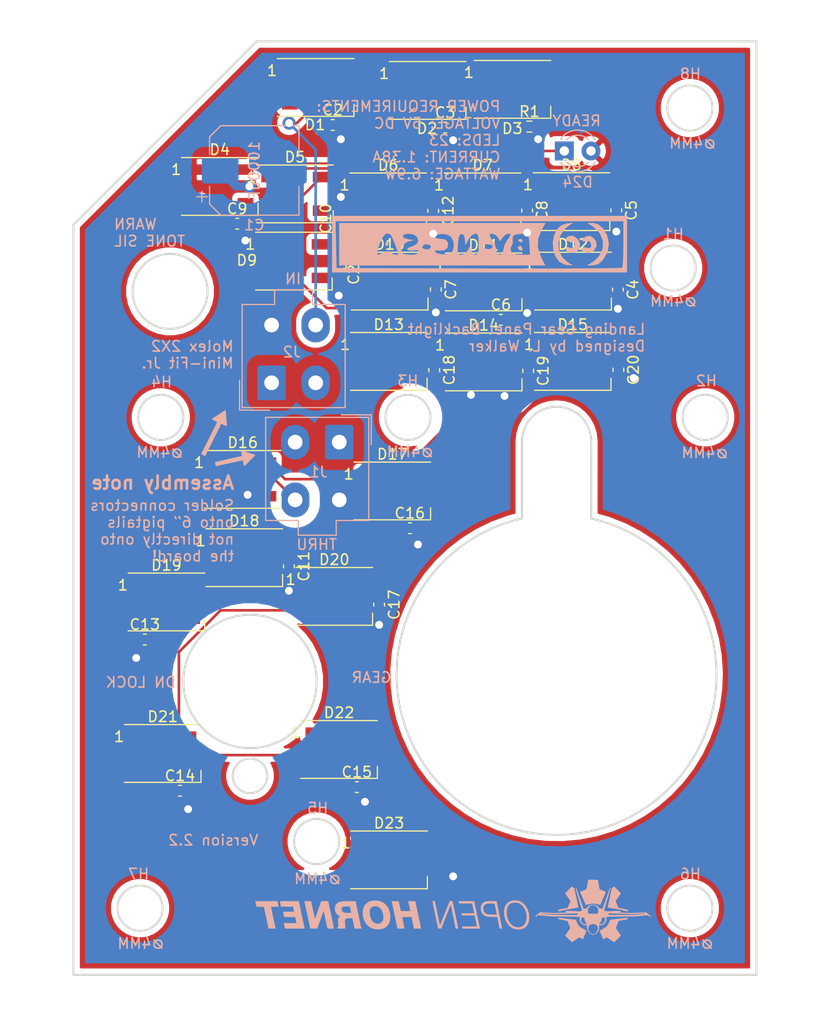
<source format=kicad_pcb>
(kicad_pcb (version 20171130) (host pcbnew "(5.1.12-1-10_14)")
  (layers (0 F.Cu signal) (31 B.Cu signal) (34 B.Paste user hide) (35 F.Paste user hide) (36 B.SilkS user) (37 F.SilkS user hide) (38 B.Mask user hide) (39 F.Mask user hide) (44 Edge.Cuts user))
  (net 0 "")
  (net 1 "Net-(D1-Pad2)")
  (net 2 "Net-(D2-Pad2)")
  (net 3 "Net-(D3-Pad2)")
  (net 4 "Net-(D4-Pad2)")
  (net 5 "Net-(D5-Pad2)")
  (net 6 "Net-(D6-Pad2)")
  (net 7 "Net-(D7-Pad2)")
  (net 8 "Net-(D8-Pad2)")
  (net 9 "Net-(D10-Pad4)")
  (net 10 "Net-(D10-Pad2)")
  (net 11 "Net-(D11-Pad2)")
  (net 12 "Net-(D12-Pad2)")
  (net 13 "Net-(D13-Pad2)")
  (net 14 "Net-(D14-Pad2)")
  (net 15 "Net-(D15-Pad2)")
  (net 16 "Net-(D16-Pad2)")
  (net 17 "Net-(D17-Pad2)")
  (net 18 "Net-(D18-Pad2)")
  (net 19 "Net-(D19-Pad2)")
  (net 20 "Net-(D20-Pad2)")
  (net 21 "Net-(D21-Pad2)")
  (net 22 "Net-(D22-Pad2)")
  (net 23 /LEDGND)
  (net 24 /LED+5V)
  (net 25 "Net-(D24-Pad1)")
  (net 26 /DATAIN)
  (net 27 /DATAOUT)
  (module OH_Backlighting:Molex_Mini-Fit_Jr_5566-04A_2x02_P4.20mm_Vertical (layer B.Cu) (at 81.25 71)
    (fp_text reference J2 (at 1.935 -2.928) (layer B.SilkS) (effects (justify mirror)))
    (fp_text value Conn_01x04_Female)
    (pad 4 thru_hole oval (at 4.2 -5.5) (size 2.7 3.3) (drill 1.4) (layers *.Cu *.Mask) (net 26 /DATAIN))
    (pad 3 thru_hole oval (at 0 -5.5) (size 2.7 3.3) (drill 1.4) (layers *.Cu *.Mask) (net 23 /LEDGND))
    (pad 2 thru_hole oval (at 4.2 0) (size 2.7 3.3) (drill 1.4) (layers *.Cu *.Mask) (net 24 /LED+5V))
    (pad 1 thru_hole roundrect (at 0 0) (size 2.7 3.3) (drill 1.4) (layers *.Cu *.Mask) (roundrect_rratio 0.09259296296296296) (net 24 /LED+5V))
  )
  (module OH_Backlighting:Molex_Mini-Fit_Jr_5566-04A_2x02_P4.20mm_Vertical (layer B.Cu) (at 87.7 76.65 180)
    (fp_text reference J1 (at 1.975 -2.852) (layer B.SilkS) (effects (justify mirror)))
    (fp_text value Conn_01x04_Female)
    (pad 4 thru_hole oval (at 4.2 -5.5 180) (size 2.7 3.3) (drill 1.4) (layers *.Cu *.Mask) (net 27 /DATAOUT))
    (pad 3 thru_hole oval (at 0 -5.5 180) (size 2.7 3.3) (drill 1.4) (layers *.Cu *.Mask) (net 23 /LEDGND))
    (pad 2 thru_hole oval (at 4.2 0 180) (size 2.7 3.3) (drill 1.4) (layers *.Cu *.Mask) (net 24 /LED+5V))
    (pad 1 thru_hole roundrect (at 0 0 180) (size 2.7 3.3) (drill 1.4) (layers *.Cu *.Mask) (roundrect_rratio 0.09259296296296296) (net 24 /LED+5V))
  )
  (module OH_General:CC-BY-NC-SA-Small (layer B.Cu) (at 101.15 57.8 180)
    (fp_text reference G*** hide)
    (fp_text value LOGO hide)
  )
  (module OH_General:OH_LOGO_37.7mm_5.9mm (layer B.Cu) (at 98.55 121.3 180)
    (fp_text reference G*** hide)
    (fp_text value LOGO hide)
  )
  (module Capacitor_SMD:C_0603_1608Metric (layer F.Cu) (at 87.65 60.2125 270)
    (fp_text reference C21 (at 0 -1.43 90) (layer F.SilkS))
    (fp_text value C)
    (pad 2 smd roundrect (at 0.7875 0 270) (size 0.875 0.95) (layers F.Cu F.Paste F.Mask) (net 23 /LEDGND))
    (pad 1 smd roundrect (at -0.7875 0 270) (size 0.875 0.95) (layers F.Cu F.Paste F.Mask) (net 24 /LED+5V))
  )
  (module Capacitor_SMD:C_0603_1608Metric (layer F.Cu) (at 114.3 69.7625 270)
    (fp_text reference C20 (at 0 -1.43 90) (layer F.SilkS))
    (fp_text value C)
    (pad 2 smd roundrect (at 0.7875 0 270) (size 0.875 0.95) (layers F.Cu F.Paste F.Mask) (net 23 /LEDGND))
    (pad 1 smd roundrect (at -0.7875 0 270) (size 0.875 0.95) (layers F.Cu F.Paste F.Mask) (net 24 /LED+5V))
  )
  (module Capacitor_SMD:C_0603_1608Metric (layer F.Cu) (at 105.7 69.8625 270)
    (fp_text reference C19 (at 0 -1.43 90) (layer F.SilkS))
    (fp_text value C)
    (pad 2 smd roundrect (at 0.7875 0 270) (size 0.875 0.95) (layers F.Cu F.Paste F.Mask) (net 23 /LEDGND))
    (pad 1 smd roundrect (at -0.7875 0 270) (size 0.875 0.95) (layers F.Cu F.Paste F.Mask) (net 24 /LED+5V))
  )
  (module Capacitor_SMD:C_0603_1608Metric (layer F.Cu) (at 96.75 69.7875 270)
    (fp_text reference C18 (at 0 -1.43 90) (layer F.SilkS))
    (fp_text value C)
    (pad 2 smd roundrect (at 0.7875 0 270) (size 0.875 0.95) (layers F.Cu F.Paste F.Mask) (net 23 /LEDGND))
    (pad 1 smd roundrect (at -0.7875 0 270) (size 0.875 0.95) (layers F.Cu F.Paste F.Mask) (net 24 /LED+5V))
  )
  (module Capacitor_SMD:C_0603_1608Metric (layer F.Cu) (at 96.9 62.1125 270)
    (fp_text reference C7 (at 0 -1.43 90) (layer F.SilkS))
    (fp_text value C)
    (pad 2 smd roundrect (at 0.7875 0 270) (size 0.875 0.95) (layers F.Cu F.Paste F.Mask) (net 23 /LEDGND))
    (pad 1 smd roundrect (at -0.7875 0 270) (size 0.875 0.95) (layers F.Cu F.Paste F.Mask) (net 24 /LED+5V))
  )
  (module LED_SMD:LED_WS2812B_PLCC4_5.0x5.0mm_P3.2mm (layer F.Cu) (at 92.366 53.7716)
    (fp_text reference D6 (at 0 -3.5) (layer F.SilkS))
    (fp_text value WS2812B)
    (fp_text user 1 (at -4.15 -1.6) (layer F.SilkS))
    (pad 1 smd rect (at -2.45 -1.6) (size 1.5 1) (layers F.Cu F.Paste F.Mask) (net 24 /LED+5V))
    (pad 2 smd rect (at -2.45 1.6) (size 1.5 1) (layers F.Cu F.Paste F.Mask) (net 6 "Net-(D6-Pad2)"))
    (pad 4 smd rect (at 2.45 -1.6) (size 1.5 1) (layers F.Cu F.Paste F.Mask) (net 5 "Net-(D5-Pad2)"))
    (pad 3 smd rect (at 2.45 1.6) (size 1.5 1) (layers F.Cu F.Paste F.Mask) (net 23 /LEDGND))
  )
  (module Capacitor_SMD:C_0603_1608Metric (layer F.Cu) (at 82.9 88.475 270)
    (fp_text reference C11 (at 0 -1.43 90) (layer F.SilkS))
    (fp_text value C)
    (pad 2 smd roundrect (at 0.775 0 270) (size 0.9 0.95) (layers F.Cu F.Paste F.Mask) (net 23 /LEDGND))
    (pad 1 smd roundrect (at -0.775 0 270) (size 0.9 0.95) (layers F.Cu F.Paste F.Mask) (net 24 /LED+5V))
  )
  (module Resistor_SMD:R_0603_1608Metric (layer F.Cu) (at 105.825 46.6)
    (fp_text reference R1 (at 0 -1.43) (layer F.SilkS))
    (fp_text value R)
    (pad 2 smd roundrect (at 0.825 0) (size 0.8 0.95) (layers F.Cu F.Paste F.Mask) (net 23 /LEDGND))
    (pad 1 smd roundrect (at -0.825 0) (size 0.8 0.95) (layers F.Cu F.Paste F.Mask) (net 25 "Net-(D24-Pad1)"))
  )
  (module Capacitor_SMD:C_0603_1608Metric (layer F.Cu) (at 91.5 92.125 270)
    (fp_text reference C17 (at 0 -1.43 90) (layer F.SilkS))
    (fp_text value C)
    (pad 2 smd roundrect (at 0.775 0 270) (size 0.9 0.95) (layers F.Cu F.Paste F.Mask) (net 23 /LEDGND))
    (pad 1 smd roundrect (at -0.775 0 270) (size 0.9 0.95) (layers F.Cu F.Paste F.Mask) (net 24 /LED+5V))
  )
  (module Capacitor_SMD:C_0603_1608Metric (layer F.Cu) (at 94.425 84.85)
    (fp_text reference C16 (at 0 -1.43) (layer F.SilkS))
    (fp_text value C)
    (pad 2 smd roundrect (at 0.775 0) (size 0.9 0.95) (layers F.Cu F.Paste F.Mask) (net 23 /LEDGND))
    (pad 1 smd roundrect (at -0.775 0) (size 0.9 0.95) (layers F.Cu F.Paste F.Mask) (net 24 /LED+5V))
  )
  (module Capacitor_SMD:C_0603_1608Metric (layer F.Cu) (at 89.375 109.5)
    (fp_text reference C15 (at 0 -1.43) (layer F.SilkS))
    (fp_text value C)
    (pad 2 smd roundrect (at 0.775 0) (size 0.9 0.95) (layers F.Cu F.Paste F.Mask) (net 23 /LEDGND))
    (pad 1 smd roundrect (at -0.775 0) (size 0.9 0.95) (layers F.Cu F.Paste F.Mask) (net 24 /LED+5V))
  )
  (module Capacitor_SMD:C_0603_1608Metric (layer F.Cu) (at 72.525 109.85)
    (fp_text reference C14 (at 0 -1.43) (layer F.SilkS))
    (fp_text value C)
    (pad 2 smd roundrect (at 0.775 0) (size 0.9 0.95) (layers F.Cu F.Paste F.Mask) (net 23 /LEDGND))
    (pad 1 smd roundrect (at -0.775 0) (size 0.9 0.95) (layers F.Cu F.Paste F.Mask) (net 24 /LED+5V))
  )
  (module Capacitor_SMD:C_0603_1608Metric (layer F.Cu) (at 69.175 95.45)
    (fp_text reference C13 (at 0 -1.43) (layer F.SilkS))
    (fp_text value C)
    (pad 2 smd roundrect (at 0.775 0) (size 0.9 0.95) (layers F.Cu F.Paste F.Mask) (net 23 /LEDGND))
    (pad 1 smd roundrect (at -0.775 0) (size 0.9 0.95) (layers F.Cu F.Paste F.Mask) (net 24 /LED+5V))
  )
  (module Capacitor_SMD:C_0603_1608Metric (layer F.Cu) (at 96.65 54.625 270)
    (fp_text reference C12 (at 0 -1.43 90) (layer F.SilkS))
    (fp_text value C)
    (pad 2 smd roundrect (at 0.775 0 270) (size 0.9 0.95) (layers F.Cu F.Paste F.Mask) (net 23 /LEDGND))
    (pad 1 smd roundrect (at -0.775 0 270) (size 0.9 0.95) (layers F.Cu F.Paste F.Mask) (net 24 /LED+5V))
  )
  (module Capacitor_SMD:C_0603_1608Metric (layer F.Cu) (at 87.85 55.35 90)
    (fp_text reference C10 (at 0 -1.43 90) (layer F.SilkS))
    (fp_text value C)
    (pad 2 smd roundrect (at 0.775 0 90) (size 0.9 0.95) (layers F.Cu F.Paste F.Mask) (net 23 /LEDGND))
    (pad 1 smd roundrect (at -0.775 0 90) (size 0.9 0.95) (layers F.Cu F.Paste F.Mask) (net 24 /LED+5V))
  )
  (module Capacitor_SMD:C_0603_1608Metric (layer F.Cu) (at 77.975 55.85)
    (fp_text reference C9 (at 0 -1.43) (layer F.SilkS))
    (fp_text value C)
    (pad 2 smd roundrect (at 0.775 0) (size 0.9 0.95) (layers F.Cu F.Paste F.Mask) (net 23 /LEDGND))
    (pad 1 smd roundrect (at -0.775 0) (size 0.9 0.95) (layers F.Cu F.Paste F.Mask) (net 24 /LED+5V))
  )
  (module Capacitor_SMD:C_0603_1608Metric (layer F.Cu) (at 105.6 54.6 270)
    (fp_text reference C8 (at 0 -1.43 90) (layer F.SilkS))
    (fp_text value C)
    (pad 2 smd roundrect (at 0.775 0 270) (size 0.9 0.95) (layers F.Cu F.Paste F.Mask) (net 23 /LEDGND))
    (pad 1 smd roundrect (at -0.775 0 270) (size 0.9 0.95) (layers F.Cu F.Paste F.Mask) (net 24 /LED+5V))
  )
  (module Capacitor_SMD:C_0603_1608Metric (layer F.Cu) (at 103.1 65)
    (fp_text reference C6 (at 0 -1.43) (layer F.SilkS))
    (fp_text value C)
    (pad 2 smd roundrect (at 0.775 0) (size 0.9 0.95) (layers F.Cu F.Paste F.Mask) (net 23 /LEDGND))
    (pad 1 smd roundrect (at -0.775 0) (size 0.9 0.95) (layers F.Cu F.Paste F.Mask) (net 24 /LED+5V))
  )
  (module Capacitor_SMD:C_0603_1608Metric (layer F.Cu) (at 114.1 54.575 270)
    (fp_text reference C5 (at 0 -1.43 90) (layer F.SilkS))
    (fp_text value C)
    (pad 2 smd roundrect (at 0.775 0 270) (size 0.9 0.95) (layers F.Cu F.Paste F.Mask) (net 23 /LEDGND))
    (pad 1 smd roundrect (at -0.775 0 270) (size 0.9 0.95) (layers F.Cu F.Paste F.Mask) (net 24 /LED+5V))
  )
  (module Capacitor_SMD:C_0603_1608Metric (layer F.Cu) (at 114.25 62.125 270)
    (fp_text reference C4 (at 0 -1.43 90) (layer F.SilkS))
    (fp_text value C)
    (pad 2 smd roundrect (at 0.775 0 270) (size 0.9 0.95) (layers F.Cu F.Paste F.Mask) (net 23 /LEDGND))
    (pad 1 smd roundrect (at -0.775 0 270) (size 0.9 0.95) (layers F.Cu F.Paste F.Mask) (net 24 /LED+5V))
  )
  (module Capacitor_SMD:C_0603_1608Metric (layer F.Cu) (at 97.8 46.7)
    (fp_text reference C3 (at 0 -1.43) (layer F.SilkS))
    (fp_text value C)
    (pad 2 smd roundrect (at 0.775 0) (size 0.9 0.95) (layers F.Cu F.Paste F.Mask) (net 23 /LEDGND))
    (pad 1 smd roundrect (at -0.775 0) (size 0.9 0.95) (layers F.Cu F.Paste F.Mask) (net 24 /LED+5V))
  )
  (module Capacitor_SMD:C_0603_1608Metric (layer F.Cu) (at 87.075 46.45)
    (fp_text reference C2 (at 0 -1.43) (layer F.SilkS))
    (fp_text value C)
    (pad 2 smd roundrect (at 0.775 0) (size 0.9 0.95) (layers F.Cu F.Paste F.Mask) (net 23 /LEDGND))
    (pad 1 smd roundrect (at -0.775 0) (size 0.9 0.95) (layers F.Cu F.Paste F.Mask) (net 24 /LED+5V))
  )
  (module LED_THT:LED_D3.0mm (layer B.Cu) (at 109.144 48.9204)
    (fp_text reference D24 (at 1.27 2.96) (layer B.SilkS) (effects (justify mirror)))
    (fp_text value LED)
    (pad 2 thru_hole circle (at 2.54 0) (size 1.8 1.8) (drill 0.9) (layers *.Cu *.Mask) (net 24 /LED+5V))
    (pad 1 thru_hole rect (at 0 0) (size 1.8 1.8) (drill 0.9) (layers *.Cu *.Mask) (net 25 "Net-(D24-Pad1)"))
  )
  (module LED_SMD:LED_WS2812B_PLCC4_5.0x5.0mm_P3.2mm (layer F.Cu) (at 78.5 80.2)
    (fp_text reference D16 (at 0 -3.5) (layer F.SilkS))
    (fp_text value WS2812B)
    (fp_text user 1 (at -4.15 -1.6) (layer F.SilkS))
    (pad 1 smd rect (at -2.45 -1.6) (size 1.5 1) (layers F.Cu F.Paste F.Mask) (net 24 /LED+5V))
    (pad 2 smd rect (at -2.45 1.6) (size 1.5 1) (layers F.Cu F.Paste F.Mask) (net 16 "Net-(D16-Pad2)"))
    (pad 4 smd rect (at 2.45 -1.6) (size 1.5 1) (layers F.Cu F.Paste F.Mask) (net 15 "Net-(D15-Pad2)"))
    (pad 3 smd rect (at 2.45 1.6) (size 1.5 1) (layers F.Cu F.Paste F.Mask) (net 23 /LEDGND))
  )
  (module LED_SMD:LED_WS2812B_PLCC4_5.0x5.0mm_P3.2mm (layer F.Cu) (at 92.4444 116.434)
    (fp_text reference D23 (at 0 -3.5) (layer F.SilkS))
    (fp_text value WS2812B)
    (fp_text user 1 (at -4.15 -1.6) (layer F.SilkS))
    (pad 1 smd rect (at -2.45 -1.6) (size 1.5 1) (layers F.Cu F.Paste F.Mask) (net 24 /LED+5V))
    (pad 2 smd rect (at -2.45 1.6) (size 1.5 1) (layers F.Cu F.Paste F.Mask) (net 27 /DATAOUT))
    (pad 4 smd rect (at 2.45 -1.6) (size 1.5 1) (layers F.Cu F.Paste F.Mask) (net 22 "Net-(D22-Pad2)"))
    (pad 3 smd rect (at 2.45 1.6) (size 1.5 1) (layers F.Cu F.Paste F.Mask) (net 23 /LEDGND))
  )
  (module LED_SMD:LED_WS2812B_PLCC4_5.0x5.0mm_P3.2mm (layer F.Cu) (at 87.6808 105.918)
    (fp_text reference D22 (at 0 -3.5) (layer F.SilkS))
    (fp_text value WS2812B)
    (fp_text user 1 (at -4.15 -1.6) (layer F.SilkS))
    (pad 1 smd rect (at -2.45 -1.6) (size 1.5 1) (layers F.Cu F.Paste F.Mask) (net 24 /LED+5V))
    (pad 2 smd rect (at -2.45 1.6) (size 1.5 1) (layers F.Cu F.Paste F.Mask) (net 22 "Net-(D22-Pad2)"))
    (pad 4 smd rect (at 2.45 -1.6) (size 1.5 1) (layers F.Cu F.Paste F.Mask) (net 21 "Net-(D21-Pad2)"))
    (pad 3 smd rect (at 2.45 1.6) (size 1.5 1) (layers F.Cu F.Paste F.Mask) (net 23 /LEDGND))
  )
  (module LED_SMD:LED_WS2812B_PLCC4_5.0x5.0mm_P3.2mm (layer F.Cu) (at 70.8776 106.299)
    (fp_text reference D21 (at 0 -3.5) (layer F.SilkS))
    (fp_text value WS2812B)
    (fp_text user 1 (at -4.15 -1.6) (layer F.SilkS))
    (pad 1 smd rect (at -2.45 -1.6) (size 1.5 1) (layers F.Cu F.Paste F.Mask) (net 24 /LED+5V))
    (pad 2 smd rect (at -2.45 1.6) (size 1.5 1) (layers F.Cu F.Paste F.Mask) (net 21 "Net-(D21-Pad2)"))
    (pad 4 smd rect (at 2.45 -1.6) (size 1.5 1) (layers F.Cu F.Paste F.Mask) (net 20 "Net-(D20-Pad2)"))
    (pad 3 smd rect (at 2.45 1.6) (size 1.5 1) (layers F.Cu F.Paste F.Mask) (net 23 /LEDGND))
  )
  (module LED_SMD:LED_WS2812B_PLCC4_5.0x5.0mm_P3.2mm (layer F.Cu) (at 87.2236 91.3384)
    (fp_text reference D20 (at 0 -3.5) (layer F.SilkS))
    (fp_text value WS2812B)
    (fp_text user 1 (at -4.15 -1.6) (layer F.SilkS))
    (pad 1 smd rect (at -2.45 -1.6) (size 1.5 1) (layers F.Cu F.Paste F.Mask) (net 24 /LED+5V))
    (pad 2 smd rect (at -2.45 1.6) (size 1.5 1) (layers F.Cu F.Paste F.Mask) (net 20 "Net-(D20-Pad2)"))
    (pad 4 smd rect (at 2.45 -1.6) (size 1.5 1) (layers F.Cu F.Paste F.Mask) (net 19 "Net-(D19-Pad2)"))
    (pad 3 smd rect (at 2.45 1.6) (size 1.5 1) (layers F.Cu F.Paste F.Mask) (net 23 /LEDGND))
  )
  (module LED_SMD:LED_WS2812B_PLCC4_5.0x5.0mm_P3.2mm (layer F.Cu) (at 71.2332 91.8716)
    (fp_text reference D19 (at 0 -3.5) (layer F.SilkS))
    (fp_text value WS2812B)
    (fp_text user 1 (at -4.15 -1.6) (layer F.SilkS))
    (pad 1 smd rect (at -2.45 -1.6) (size 1.5 1) (layers F.Cu F.Paste F.Mask) (net 24 /LED+5V))
    (pad 2 smd rect (at -2.45 1.6) (size 1.5 1) (layers F.Cu F.Paste F.Mask) (net 19 "Net-(D19-Pad2)"))
    (pad 4 smd rect (at 2.45 -1.6) (size 1.5 1) (layers F.Cu F.Paste F.Mask) (net 18 "Net-(D18-Pad2)"))
    (pad 3 smd rect (at 2.45 1.6) (size 1.5 1) (layers F.Cu F.Paste F.Mask) (net 23 /LEDGND))
  )
  (module LED_SMD:LED_WS2812B_PLCC4_5.0x5.0mm_P3.2mm (layer F.Cu) (at 78.65 87.6552)
    (fp_text reference D18 (at 0 -3.5) (layer F.SilkS))
    (fp_text value WS2812B)
    (fp_text user 1 (at -4.15 -1.6) (layer F.SilkS))
    (pad 1 smd rect (at -2.45 -1.6) (size 1.5 1) (layers F.Cu F.Paste F.Mask) (net 24 /LED+5V))
    (pad 2 smd rect (at -2.45 1.6) (size 1.5 1) (layers F.Cu F.Paste F.Mask) (net 18 "Net-(D18-Pad2)"))
    (pad 4 smd rect (at 2.45 -1.6) (size 1.5 1) (layers F.Cu F.Paste F.Mask) (net 17 "Net-(D17-Pad2)"))
    (pad 3 smd rect (at 2.45 1.6) (size 1.5 1) (layers F.Cu F.Paste F.Mask) (net 23 /LEDGND))
  )
  (module LED_SMD:LED_WS2812B_PLCC4_5.0x5.0mm_P3.2mm (layer F.Cu) (at 92.75 81.3)
    (fp_text reference D17 (at 0 -3.5) (layer F.SilkS))
    (fp_text value WS2812B)
    (fp_text user 1 (at -4.15 -1.6) (layer F.SilkS))
    (pad 1 smd rect (at -2.45 -1.6) (size 1.5 1) (layers F.Cu F.Paste F.Mask) (net 24 /LED+5V))
    (pad 2 smd rect (at -2.45 1.6) (size 1.5 1) (layers F.Cu F.Paste F.Mask) (net 17 "Net-(D17-Pad2)"))
    (pad 4 smd rect (at 2.45 -1.6) (size 1.5 1) (layers F.Cu F.Paste F.Mask) (net 16 "Net-(D16-Pad2)"))
    (pad 3 smd rect (at 2.45 1.6) (size 1.5 1) (layers F.Cu F.Paste F.Mask) (net 23 /LEDGND))
  )
  (module LED_SMD:LED_WS2812B_PLCC4_5.0x5.0mm_P3.2mm (layer F.Cu) (at 109.943 68.9608)
    (fp_text reference D15 (at 0 -3.5) (layer F.SilkS))
    (fp_text value WS2812B)
    (fp_text user 1 (at -4.15 -1.6) (layer F.SilkS))
    (pad 1 smd rect (at -2.45 -1.6) (size 1.5 1) (layers F.Cu F.Paste F.Mask) (net 24 /LED+5V))
    (pad 2 smd rect (at -2.45 1.6) (size 1.5 1) (layers F.Cu F.Paste F.Mask) (net 15 "Net-(D15-Pad2)"))
    (pad 4 smd rect (at 2.45 -1.6) (size 1.5 1) (layers F.Cu F.Paste F.Mask) (net 14 "Net-(D14-Pad2)"))
    (pad 3 smd rect (at 2.45 1.6) (size 1.5 1) (layers F.Cu F.Paste F.Mask) (net 23 /LEDGND))
  )
  (module LED_SMD:LED_WS2812B_PLCC4_5.0x5.0mm_P3.2mm (layer F.Cu) (at 101.459 69.0116)
    (fp_text reference D14 (at 0 -3.5) (layer F.SilkS))
    (fp_text value WS2812B)
    (fp_text user 1 (at -4.15 -1.6) (layer F.SilkS))
    (pad 1 smd rect (at -2.45 -1.6) (size 1.5 1) (layers F.Cu F.Paste F.Mask) (net 24 /LED+5V))
    (pad 2 smd rect (at -2.45 1.6) (size 1.5 1) (layers F.Cu F.Paste F.Mask) (net 14 "Net-(D14-Pad2)"))
    (pad 4 smd rect (at 2.45 -1.6) (size 1.5 1) (layers F.Cu F.Paste F.Mask) (net 13 "Net-(D13-Pad2)"))
    (pad 3 smd rect (at 2.45 1.6) (size 1.5 1) (layers F.Cu F.Paste F.Mask) (net 23 /LEDGND))
  )
  (module LED_SMD:LED_WS2812B_PLCC4_5.0x5.0mm_P3.2mm (layer F.Cu) (at 92.4168 68.9608)
    (fp_text reference D13 (at 0 -3.5) (layer F.SilkS))
    (fp_text value WS2812B)
    (fp_text user 1 (at -4.15 -1.6) (layer F.SilkS))
    (pad 1 smd rect (at -2.45 -1.6) (size 1.5 1) (layers F.Cu F.Paste F.Mask) (net 24 /LED+5V))
    (pad 2 smd rect (at -2.45 1.6) (size 1.5 1) (layers F.Cu F.Paste F.Mask) (net 13 "Net-(D13-Pad2)"))
    (pad 4 smd rect (at 2.45 -1.6) (size 1.5 1) (layers F.Cu F.Paste F.Mask) (net 12 "Net-(D12-Pad2)"))
    (pad 3 smd rect (at 2.45 1.6) (size 1.5 1) (layers F.Cu F.Paste F.Mask) (net 23 /LEDGND))
  )
  (module LED_SMD:LED_WS2812B_PLCC4_5.0x5.0mm_P3.2mm (layer F.Cu) (at 109.982 61.3156)
    (fp_text reference D12 (at 0 -3.5) (layer F.SilkS))
    (fp_text value WS2812B)
    (fp_text user 1 (at -4.15 -1.6) (layer F.SilkS))
    (pad 1 smd rect (at -2.45 -1.6) (size 1.5 1) (layers F.Cu F.Paste F.Mask) (net 24 /LED+5V))
    (pad 2 smd rect (at -2.45 1.6) (size 1.5 1) (layers F.Cu F.Paste F.Mask) (net 12 "Net-(D12-Pad2)"))
    (pad 4 smd rect (at 2.45 -1.6) (size 1.5 1) (layers F.Cu F.Paste F.Mask) (net 11 "Net-(D11-Pad2)"))
    (pad 3 smd rect (at 2.45 1.6) (size 1.5 1) (layers F.Cu F.Paste F.Mask) (net 23 /LEDGND))
  )
  (module LED_SMD:LED_WS2812B_PLCC4_5.0x5.0mm_P3.2mm (layer F.Cu) (at 101.459 61.3916)
    (fp_text reference D11 (at 0 -3.5) (layer F.SilkS))
    (fp_text value WS2812B)
    (fp_text user 1 (at -4.15 -1.6) (layer F.SilkS))
    (pad 1 smd rect (at -2.45 -1.6) (size 1.5 1) (layers F.Cu F.Paste F.Mask) (net 24 /LED+5V))
    (pad 2 smd rect (at -2.45 1.6) (size 1.5 1) (layers F.Cu F.Paste F.Mask) (net 11 "Net-(D11-Pad2)"))
    (pad 4 smd rect (at 2.45 -1.6) (size 1.5 1) (layers F.Cu F.Paste F.Mask) (net 10 "Net-(D10-Pad2)"))
    (pad 3 smd rect (at 2.45 1.6) (size 1.5 1) (layers F.Cu F.Paste F.Mask) (net 23 /LEDGND))
  )
  (module LED_SMD:LED_WS2812B_PLCC4_5.0x5.0mm_P3.2mm (layer F.Cu) (at 92.5068 61.3156)
    (fp_text reference D10 (at 0 -3.5) (layer F.SilkS))
    (fp_text value WS2812B)
    (fp_text user 1 (at -4.15 -1.6) (layer F.SilkS))
    (pad 1 smd rect (at -2.45 -1.6) (size 1.5 1) (layers F.Cu F.Paste F.Mask) (net 24 /LED+5V))
    (pad 2 smd rect (at -2.45 1.6) (size 1.5 1) (layers F.Cu F.Paste F.Mask) (net 10 "Net-(D10-Pad2)"))
    (pad 4 smd rect (at 2.45 -1.6) (size 1.5 1) (layers F.Cu F.Paste F.Mask) (net 9 "Net-(D10-Pad4)"))
    (pad 3 smd rect (at 2.45 1.6) (size 1.5 1) (layers F.Cu F.Paste F.Mask) (net 23 /LEDGND))
  )
  (module LED_SMD:LED_WS2812B_PLCC4_5.0x5.0mm_P3.2mm (layer F.Cu) (at 83.3744 59.4104)
    (fp_text reference D9 (at -4.482 -0.076) (layer F.SilkS))
    (fp_text value WS2812B)
    (fp_text user 1 (at -4.15 -1.6) (layer F.SilkS))
    (pad 1 smd rect (at -2.45 -1.6) (size 1.5 1) (layers F.Cu F.Paste F.Mask) (net 24 /LED+5V))
    (pad 2 smd rect (at -2.45 1.6) (size 1.5 1) (layers F.Cu F.Paste F.Mask) (net 9 "Net-(D10-Pad4)"))
    (pad 4 smd rect (at 2.45 -1.6) (size 1.5 1) (layers F.Cu F.Paste F.Mask) (net 8 "Net-(D8-Pad2)"))
    (pad 3 smd rect (at 2.45 1.6) (size 1.5 1) (layers F.Cu F.Paste F.Mask) (net 23 /LEDGND))
  )
  (module LED_SMD:LED_WS2812B_PLCC4_5.0x5.0mm_P3.2mm (layer F.Cu) (at 109.83 53.7464)
    (fp_text reference D8 (at 0 -3.5) (layer F.SilkS))
    (fp_text value WS2812B)
    (fp_text user 1 (at -4.15 -1.6) (layer F.SilkS))
    (pad 1 smd rect (at -2.45 -1.6) (size 1.5 1) (layers F.Cu F.Paste F.Mask) (net 24 /LED+5V))
    (pad 2 smd rect (at -2.45 1.6) (size 1.5 1) (layers F.Cu F.Paste F.Mask) (net 8 "Net-(D8-Pad2)"))
    (pad 4 smd rect (at 2.45 -1.6) (size 1.5 1) (layers F.Cu F.Paste F.Mask) (net 7 "Net-(D7-Pad2)"))
    (pad 3 smd rect (at 2.45 1.6) (size 1.5 1) (layers F.Cu F.Paste F.Mask) (net 23 /LEDGND))
  )
  (module LED_SMD:LED_WS2812B_PLCC4_5.0x5.0mm_P3.2mm (layer F.Cu) (at 101.358 53.7716)
    (fp_text reference D7 (at 0 -3.5) (layer F.SilkS))
    (fp_text value WS2812B)
    (fp_text user 1 (at -4.15 -1.6) (layer F.SilkS))
    (pad 1 smd rect (at -2.45 -1.6) (size 1.5 1) (layers F.Cu F.Paste F.Mask) (net 24 /LED+5V))
    (pad 2 smd rect (at -2.45 1.6) (size 1.5 1) (layers F.Cu F.Paste F.Mask) (net 7 "Net-(D7-Pad2)"))
    (pad 4 smd rect (at 2.45 -1.6) (size 1.5 1) (layers F.Cu F.Paste F.Mask) (net 6 "Net-(D6-Pad2)"))
    (pad 3 smd rect (at 2.45 1.6) (size 1.5 1) (layers F.Cu F.Paste F.Mask) (net 23 /LEDGND))
  )
  (module LED_SMD:LED_WS2812B_PLCC4_5.0x5.0mm_P3.2mm (layer F.Cu) (at 83.476 53.0096)
    (fp_text reference D5 (at 0 -3.5) (layer F.SilkS))
    (fp_text value WS2812B)
    (fp_text user 1 (at -4.15 -1.6) (layer F.SilkS))
    (pad 1 smd rect (at -2.45 -1.6) (size 1.5 1) (layers F.Cu F.Paste F.Mask) (net 24 /LED+5V))
    (pad 2 smd rect (at -2.45 1.6) (size 1.5 1) (layers F.Cu F.Paste F.Mask) (net 5 "Net-(D5-Pad2)"))
    (pad 4 smd rect (at 2.45 -1.6) (size 1.5 1) (layers F.Cu F.Paste F.Mask) (net 4 "Net-(D4-Pad2)"))
    (pad 3 smd rect (at 2.45 1.6) (size 1.5 1) (layers F.Cu F.Paste F.Mask) (net 23 /LEDGND))
  )
  (module LED_SMD:LED_WS2812B_PLCC4_5.0x5.0mm_P3.2mm (layer F.Cu) (at 76.3132 52.2984)
    (fp_text reference D4 (at 0 -3.5) (layer F.SilkS))
    (fp_text value WS2812B)
    (fp_text user 1 (at -4.15 -1.6) (layer F.SilkS))
    (pad 1 smd rect (at -2.45 -1.6) (size 1.5 1) (layers F.Cu F.Paste F.Mask) (net 24 /LED+5V))
    (pad 2 smd rect (at -2.45 1.6) (size 1.5 1) (layers F.Cu F.Paste F.Mask) (net 4 "Net-(D4-Pad2)"))
    (pad 4 smd rect (at 2.45 -1.6) (size 1.5 1) (layers F.Cu F.Paste F.Mask) (net 3 "Net-(D3-Pad2)"))
    (pad 3 smd rect (at 2.45 1.6) (size 1.5 1) (layers F.Cu F.Paste F.Mask) (net 23 /LEDGND))
  )
  (module LED_SMD:LED_WS2812B_PLCC4_5.0x5.0mm_P3.2mm (layer F.Cu) (at 104.202 43.0528)
    (fp_text reference D3 (at -0.0116 3.734) (layer F.SilkS))
    (fp_text value WS2812B)
    (fp_text user 1 (at -4.15 -1.6) (layer F.SilkS))
    (pad 1 smd rect (at -2.45 -1.6) (size 1.5 1) (layers F.Cu F.Paste F.Mask) (net 24 /LED+5V))
    (pad 2 smd rect (at -2.45 1.6) (size 1.5 1) (layers F.Cu F.Paste F.Mask) (net 3 "Net-(D3-Pad2)"))
    (pad 4 smd rect (at 2.45 -1.6) (size 1.5 1) (layers F.Cu F.Paste F.Mask) (net 2 "Net-(D2-Pad2)"))
    (pad 3 smd rect (at 2.45 1.6) (size 1.5 1) (layers F.Cu F.Paste F.Mask) (net 23 /LEDGND))
  )
  (module LED_SMD:LED_WS2812B_PLCC4_5.0x5.0mm_P3.2mm (layer F.Cu) (at 96.1252 43.1544)
    (fp_text reference D2 (at -0.0624 3.6324) (layer F.SilkS))
    (fp_text value WS2812B)
    (fp_text user 1 (at -4.15 -1.6) (layer F.SilkS))
    (pad 1 smd rect (at -2.45 -1.6) (size 1.5 1) (layers F.Cu F.Paste F.Mask) (net 24 /LED+5V))
    (pad 2 smd rect (at -2.45 1.6) (size 1.5 1) (layers F.Cu F.Paste F.Mask) (net 2 "Net-(D2-Pad2)"))
    (pad 4 smd rect (at 2.45 -1.6) (size 1.5 1) (layers F.Cu F.Paste F.Mask) (net 1 "Net-(D1-Pad2)"))
    (pad 3 smd rect (at 2.45 1.6) (size 1.5 1) (layers F.Cu F.Paste F.Mask) (net 23 /LEDGND))
  )
  (module LED_SMD:LED_WS2812B_PLCC4_5.0x5.0mm_P3.2mm (layer F.Cu) (at 85.4456 42.8752)
    (fp_text reference D1 (at -0.0508 3.556) (layer F.SilkS))
    (fp_text value WS2812B)
    (fp_text user 1 (at -4.15 -1.6) (layer F.SilkS))
    (pad 1 smd rect (at -2.45 -1.6) (size 1.5 1) (layers F.Cu F.Paste F.Mask) (net 24 /LED+5V))
    (pad 2 smd rect (at -2.45 1.6) (size 1.5 1) (layers F.Cu F.Paste F.Mask) (net 1 "Net-(D1-Pad2)"))
    (pad 4 smd rect (at 2.45 -1.6) (size 1.5 1) (layers F.Cu F.Paste F.Mask) (net 26 /DATAIN))
    (pad 3 smd rect (at 2.45 1.6) (size 1.5 1) (layers F.Cu F.Paste F.Mask) (net 23 /LEDGND))
  )
  (module Capacitor_SMD:CP_Elec_8x10 (layer B.Cu) (at 79.6036 50.7746)
    (fp_text reference C1 (at 0 5.2) (layer B.SilkS) (effects (justify mirror)))
    (fp_text value C_Polarized)
    (pad 2 smd roundrect (at 3.25 0) (size 3.5 2.5) (layers B.Cu B.Paste B.Mask) (roundrect_rratio 0.1) (net 23 /LEDGND))
    (pad 1 smd roundrect (at -3.25 0) (size 3.5 2.5) (layers B.Cu B.Paste B.Mask) (roundrect_rratio 0.1) (net 24 /LED+5V))
  )
  (gr_poly (pts (xy 78.66 78.87) (xy 78.55 78.33) (xy 75.96 78.88) (xy 75.906 78.584) (xy 78.47 78.01) (xy 78.39 77.49) (xy 79.64 77.9)) (layer B.SilkS) (width 0.1))
  (gr_poly (pts (xy 76.94 75.07) (xy 76.434 74.844) (xy 74.904 77.924) (xy 74.606 77.758) (xy 76.13 74.71) (xy 75.622 74.456) (xy 76.834 73.654)) (layer B.SilkS) (width 0.1))
  (gr_text "Solder connectors\nonto 6” pigtails\nnot directly onto\nthe board!" (at 77.776715 85.09) (layer B.SilkS) (effects (font (size 1 1)) (justify left mirror)))
  (gr_text "Assembly note" (at 70.866 80.518) (layer B.SilkS) (effects (font (size 1.25 1.25) (thickness 0.25)) (justify mirror)))
  (gr_text ⌀4MM (at 121.3866 48.1838) (layer B.SilkS) (effects (font (size 1 1)) (justify mirror)))
  (gr_text H8 (at 121.158 41.5798) (layer B.SilkS) (effects (font (size 1 1)) (justify mirror)))
  (gr_text ⌀4MM (at 68.8086 124.3838) (layer B.SilkS) (effects (font (size 1 1)) (justify mirror)))
  (gr_text H7 (at 68.58 117.7798) (layer B.SilkS) (effects (font (size 1 1)) (justify mirror)))
  (gr_text READY (at 110.3122 46.0502) (layer B.SilkS) (effects (font (size 1 1)) (justify mirror)))
  (gr_text "POWER REQUIREMENTS:\nVOLTAGE: 5V DC\nLEDS: 23\nCURRENT: 1.38A\nWATTAGE: 6.9W" (at 103.15 47.9) (layer B.SilkS) (effects (font (size 1 1)) (justify left mirror)))
  (gr_text 1000uF (at 79.6036 50.7746 90) (layer B.SilkS) (effects (font (size 1 1)) (justify mirror)))
  (gr_text ⌀4MM (at 94.4626 77.5716) (layer B.SilkS) (effects (font (size 1 1)) (justify mirror)))
  (gr_text ⌀4MM (at 119.5578 63.2206) (layer B.SilkS) (effects (font (size 1 1)) (justify mirror)))
  (gr_text ⌀4MM (at 122.555 77.6732) (layer B.SilkS) (effects (font (size 1 1)) (justify mirror)))
  (gr_text ⌀4MM (at 121.1326 124.3838) (layer B.SilkS) (effects (font (size 1 1)) (justify mirror)))
  (gr_text ⌀4MM (at 85.6488 118.237) (layer B.SilkS) (effects (font (size 1 1)) (justify mirror)))
  (gr_text ⌀4MM (at 70.612 77.6224) (layer B.SilkS) (effects (font (size 1 1)) (justify mirror)))
  (gr_text H6 (at 121.158 117.7798) (layer B.SilkS) (effects (font (size 1 1)) (justify mirror)))
  (gr_text H5 (at 85.6488 111.506) (layer B.SilkS) (effects (font (size 1 1)) (justify mirror)))
  (gr_text H4 (at 70.7644 70.9168) (layer B.SilkS) (effects (font (size 1 1)) (justify mirror)))
  (gr_text H3 (at 94.234 70.8152) (layer B.SilkS) (effects (font (size 1 1)) (justify mirror)))
  (gr_text H2 (at 122.682 70.8152) (layer B.SilkS) (effects (font (size 1 1)) (justify mirror)))
  (gr_text H1 (at 119.5324 56.8452) (layer B.SilkS) (effects (font (size 1 1)) (justify mirror)))
  (gr_text "WARN\nTONE SIL" (at 66.15 56.7) (layer B.SilkS) (effects (font (size 1 1)) (justify right mirror)))
  (gr_text GEAR (at 90.7796 99.06) (layer B.SilkS) (effects (font (size 1 1)) (justify mirror)))
  (gr_text "DN LOCK" (at 68.7832 99.5172) (layer B.SilkS) (effects (font (size 1 1)) (justify mirror)))
  (gr_text IN (at 83.3 61.1) (layer B.SilkS) (effects (font (size 1 1)) (justify mirror)))
  (gr_text THRU (at 85.55 86.4) (layer B.SilkS) (effects (font (size 1 1)) (justify mirror)))
  (gr_text "Molex 2X2\nMini-Fit Jr." (at 77.724 68.326) (layer B.SilkS) (effects (font (size 1 1)) (justify left mirror)))
  (gr_text "Version 2.2" (at 75.692 114.554) (layer B.SilkS) (effects (font (size 1 1)) (justify mirror)))
  (gr_text "Landing Gear Panel Backlight\nDesigned by L. Walker" (at 116.95 66.7) (layer B.SilkS) (effects (font (size 1 1)) (justify left mirror)))
  (gr_circle (center 121.1072 44.831) (end 123.259849 44.831) (layer Edge.Cuts) (width 0.2))
  (gr_circle (center 85.5472 114.681) (end 87.699849 114.681) (layer Edge.Cuts) (width 0.2))
  (gr_line (start 111.702278 83.926482) (end 111.7092 76.581) (layer Edge.Cuts) (width 0.2))
  (gr_circle (center 68.7197 121.031) (end 70.872349 121.031) (layer Edge.Cuts) (width 0.2))
  (gr_line (start 127.4572 127.381) (end 127.4572 38.481) (layer Edge.Cuts) (width 0.2))
  (gr_circle (center 79.1972 108.4326) (end 80.848199 108.4326) (layer Edge.Cuts) (width 0.2))
  (gr_circle (center 122.5677 74.289123) (end 124.72035 74.289123) (layer Edge.Cuts) (width 0.2))
  (gr_circle (center 79.1972 99.441) (end 85.547199 99.441) (layer Edge.Cuts) (width 0.2))
  (gr_circle (center 70.6907 74.289123) (end 72.84335 74.289123) (layer Edge.Cuts) (width 0.2))
  (gr_line (start 105.1052 76.581) (end 105.1052 83.928017) (layer Edge.Cuts) (width 0.2))
  (gr_circle (center 71.5772 62.2935) (end 75.148439 62.2935) (layer Edge.Cuts) (width 0.2))
  (gr_circle (center 94.2467 74.289123) (end 96.399349 74.289123) (layer Edge.Cuts) (width 0.2))
  (gr_circle (center 121.1072 121.031) (end 123.25985 121.031) (layer Edge.Cuts) (width 0.2))
  (gr_line (start 62.3697 127.381) (end 127.4572 127.381) (layer Edge.Cuts) (width 0.2))
  (gr_line (start 127.4572 38.481) (end 79.8322 38.481) (layer Edge.Cuts) (width 0.2))
  (gr_line (start 62.3697 55.9435) (end 62.3697 127.381) (layer Edge.Cuts) (width 0.2))
  (gr_circle (center 119.5197 60.071) (end 121.67235 60.071) (layer Edge.Cuts) (width 0.2))
  (gr_line (start 79.8322 38.481) (end 62.3697 55.9435) (layer Edge.Cuts) (width 0.2))
  (gr_arc (start 108.4072 76.581) (end 111.709199 76.581) (angle -180) (layer Edge.Cuts) (width 0.2))
  (gr_arc (start 108.4072 98.806) (end 105.105199 83.928017) (angle -335) (layer Edge.Cuts) (width 0.2))
  (segment (start 97.4999 41.5544) (end 98.5752 41.5544) (width 0.25) (layer F.Cu) (net 1))
  (segment (start 96.3953 40.4498) (end 97.4999 41.5544) (width 0.25) (layer F.Cu) (net 1))
  (segment (start 87.0085 40.4498) (end 96.3953 40.4498) (width 0.25) (layer F.Cu) (net 1))
  (segment (start 82.9956 44.4627) (end 87.0085 40.4498) (width 0.25) (layer F.Cu) (net 1))
  (segment (start 82.9956 44.4752) (end 82.9956 44.4627) (width 0.25) (layer F.Cu) (net 1))
  (segment (start 106.652 41.4528) (end 105.5767 41.4528) (width 0.25) (layer F.Cu) (net 2))
  (segment (start 93.6752 44.7544) (end 94.7505 44.7544) (width 0.25) (layer F.Cu) (net 2))
  (segment (start 94.7505 44.7544) (end 95.6775 43.8274) (width 0.25) (layer F.Cu) (net 2))
  (segment (start 95.6775 43.8274) (end 103.2021 43.8274) (width 0.25) (layer F.Cu) (net 2))
  (segment (start 103.2021 43.8274) (end 105.5767 41.4528) (width 0.25) (layer F.Cu) (net 2))
  (segment (start 79.327011 50.134589) (end 78.7632 50.6984) (width 0.25) (layer F.Cu) (net 3))
  (segment (start 98.688013 50.134589) (end 79.327011 50.134589) (width 0.25) (layer F.Cu) (net 3))
  (segment (start 101.752 47.070602) (end 98.688013 50.134589) (width 0.25) (layer F.Cu) (net 3))
  (segment (start 101.752 44.6528) (end 101.752 47.070602) (width 0.25) (layer F.Cu) (net 3))
  (segment (start 79.14 58.4105) (end 79.7004 57.8501) (width 0.25) (layer F.Cu) (net 4))
  (segment (start 79.7004 57.8501) (end 79.7004 57.3094) (width 0.25) (layer F.Cu) (net 4))
  (segment (start 79.7004 57.3094) (end 80.9873 56.0225) (width 0.25) (layer F.Cu) (net 4))
  (segment (start 80.9873 56.0225) (end 81.3785 56.0225) (width 0.25) (layer F.Cu) (net 4))
  (segment (start 81.3785 56.0225) (end 85.926 51.475) (width 0.25) (layer F.Cu) (net 4))
  (segment (start 85.926 51.475) (end 85.926 51.4096) (width 0.25) (layer F.Cu) (net 4))
  (segment (start 77.6253 58.4105) (end 79.14 58.4105) (width 0.25) (layer F.Cu) (net 4))
  (segment (start 73.8632 54.6484) (end 77.6253 58.4105) (width 0.25) (layer F.Cu) (net 4))
  (segment (start 73.8632 53.8984) (end 73.8632 54.6484) (width 0.25) (layer F.Cu) (net 4))
  (segment (start 93.228999 50.584599) (end 94.816 52.1716) (width 0.25) (layer F.Cu) (net 5))
  (segment (start 84.301001 50.584599) (end 93.228999 50.584599) (width 0.25) (layer F.Cu) (net 5))
  (segment (start 81.026 53.8596) (end 84.301001 50.584599) (width 0.25) (layer F.Cu) (net 5))
  (segment (start 81.026 54.6096) (end 81.026 53.8596) (width 0.25) (layer F.Cu) (net 5))
  (segment (start 98.979599 57.750001) (end 92.294401 57.750001) (width 0.25) (layer F.Cu) (net 6))
  (segment (start 103.808 52.9216) (end 98.979599 57.750001) (width 0.25) (layer F.Cu) (net 6))
  (segment (start 92.294401 57.750001) (end 89.916 55.3716) (width 0.25) (layer F.Cu) (net 6))
  (segment (start 103.808 52.1716) (end 103.808 52.9216) (width 0.25) (layer F.Cu) (net 6))
  (segment (start 111.454999 51.321399) (end 112.28 52.1464) (width 0.25) (layer F.Cu) (net 7))
  (segment (start 102.208201 51.321399) (end 111.454999 51.321399) (width 0.25) (layer F.Cu) (net 7))
  (segment (start 98.908 54.6216) (end 102.208201 51.321399) (width 0.25) (layer F.Cu) (net 7))
  (segment (start 98.908 55.3716) (end 98.908 54.6216) (width 0.25) (layer F.Cu) (net 7))
  (segment (start 85.8244 57.8104) (end 86.8997 57.8104) (width 0.25) (layer F.Cu) (net 8))
  (segment (start 107.38 55.3464) (end 107.38 56.2826) (width 0.25) (layer F.Cu) (net 8))
  (segment (start 107.38 56.2826) (end 105.4148 58.2478) (width 0.25) (layer F.Cu) (net 8))
  (segment (start 105.4148 58.2478) (end 87.3371 58.2478) (width 0.25) (layer F.Cu) (net 8))
  (segment (start 87.3371 58.2478) (end 86.8997 57.8104) (width 0.25) (layer F.Cu) (net 8))
  (segment (start 83.629221 61.0104) (end 80.9244 61.0104) (width 0.25) (layer F.Cu) (net 9))
  (segment (start 86.499821 63.881) (end 83.629221 61.0104) (width 0.25) (layer F.Cu) (net 9))
  (segment (start 91.5414 63.881) (end 86.499821 63.881) (width 0.25) (layer F.Cu) (net 9))
  (segment (start 94.9568 60.4656) (end 91.5414 63.881) (width 0.25) (layer F.Cu) (net 9))
  (segment (start 94.9568 59.7156) (end 94.9568 60.4656) (width 0.25) (layer F.Cu) (net 9))
  (segment (start 102.81521 58.69781) (end 103.909 59.7916) (width 0.25) (layer F.Cu) (net 10))
  (segment (start 93.52459 58.69781) (end 102.81521 58.69781) (width 0.25) (layer F.Cu) (net 10))
  (segment (start 90.0568 62.1656) (end 93.52459 58.69781) (width 0.25) (layer F.Cu) (net 10))
  (segment (start 90.0568 62.9156) (end 90.0568 62.1656) (width 0.25) (layer F.Cu) (net 10))
  (segment (start 112.432 59.7156) (end 110.2976 61.85) (width 0.25) (layer F.Cu) (net 11))
  (segment (start 100.1506 61.85) (end 99.009 62.9916) (width 0.25) (layer F.Cu) (net 11))
  (segment (start 110.2976 61.85) (end 100.1506 61.85) (width 0.25) (layer F.Cu) (net 11))
  (segment (start 94.8668 67.3608) (end 95.9421 67.3608) (width 0.25) (layer F.Cu) (net 12))
  (segment (start 107.532 62.9156) (end 107.532 63.9898) (width 0.25) (layer F.Cu) (net 12))
  (segment (start 107.532 63.9898) (end 104.9863 66.5355) (width 0.25) (layer F.Cu) (net 12))
  (segment (start 104.9863 66.5355) (end 96.7674 66.5355) (width 0.25) (layer F.Cu) (net 12))
  (segment (start 96.7674 66.5355) (end 95.9421 67.3608) (width 0.25) (layer F.Cu) (net 12))
  (segment (start 103.909 67.4116) (end 102.8337 67.4116) (width 0.25) (layer F.Cu) (net 13))
  (segment (start 89.9668 70.5608) (end 91.0421 70.5608) (width 0.25) (layer F.Cu) (net 13))
  (segment (start 91.0421 70.5608) (end 91.8675 69.7354) (width 0.25) (layer F.Cu) (net 13))
  (segment (start 91.8675 69.7354) (end 95.9585 69.7354) (width 0.25) (layer F.Cu) (net 13))
  (segment (start 95.9585 69.7354) (end 96.0093 69.7862) (width 0.25) (layer F.Cu) (net 13))
  (segment (start 96.0093 69.7862) (end 100.4591 69.7862) (width 0.25) (layer F.Cu) (net 13))
  (segment (start 100.4591 69.7862) (end 102.8337 67.4116) (width 0.25) (layer F.Cu) (net 13))
  (segment (start 112.393 67.3608) (end 111.3177 67.3608) (width 0.25) (layer F.Cu) (net 14))
  (segment (start 99.009 70.6116) (end 100.9801 70.6116) (width 0.25) (layer F.Cu) (net 14))
  (segment (start 100.9801 70.6116) (end 101.829 69.7627) (width 0.25) (layer F.Cu) (net 14))
  (segment (start 101.829 69.7627) (end 104.9099 69.7627) (width 0.25) (layer F.Cu) (net 14))
  (segment (start 104.9099 69.7627) (end 105.0097 69.8625) (width 0.25) (layer F.Cu) (net 14))
  (segment (start 105.0097 69.8625) (end 106.3741 69.8625) (width 0.25) (layer F.Cu) (net 14))
  (segment (start 106.3741 69.8625) (end 108.0505 68.1861) (width 0.25) (layer F.Cu) (net 14))
  (segment (start 108.0505 68.1861) (end 110.4924 68.1861) (width 0.25) (layer F.Cu) (net 14))
  (segment (start 110.4924 68.1861) (end 111.3177 67.3608) (width 0.25) (layer F.Cu) (net 14))
  (segment (start 104.853799 73.200001) (end 107.493 70.5608) (width 0.25) (layer F.Cu) (net 15))
  (segment (start 99.864997 73.200001) (end 104.853799 73.200001) (width 0.25) (layer F.Cu) (net 15))
  (segment (start 92.539997 80.525001) (end 99.864997 73.200001) (width 0.25) (layer F.Cu) (net 15))
  (segment (start 89.289999 80.525001) (end 92.539997 80.525001) (width 0.25) (layer F.Cu) (net 15))
  (segment (start 88.939988 80.17499) (end 89.289999 80.525001) (width 0.25) (layer F.Cu) (net 15))
  (segment (start 82.52499 80.17499) (end 88.939988 80.17499) (width 0.25) (layer F.Cu) (net 15))
  (segment (start 80.95 78.6) (end 82.52499 80.17499) (width 0.25) (layer F.Cu) (net 15))
  (segment (start 80.134788 86.92499) (end 76.05 82.840202) (width 0.25) (layer F.Cu) (net 16))
  (segment (start 88.72501 86.92499) (end 80.134788 86.92499) (width 0.25) (layer F.Cu) (net 16))
  (segment (start 95.2 80.45) (end 88.72501 86.92499) (width 0.25) (layer F.Cu) (net 16))
  (segment (start 76.05 82.840202) (end 76.05 81.8) (width 0.25) (layer F.Cu) (net 16))
  (segment (start 95.2 79.7) (end 95.2 80.45) (width 0.25) (layer F.Cu) (net 16))
  (segment (start 81.1 86.0552) (end 82.1753 86.0552) (width 0.25) (layer F.Cu) (net 17))
  (segment (start 90.3 82.9) (end 87.1448 86.0552) (width 0.25) (layer F.Cu) (net 17))
  (segment (start 87.1448 86.0552) (end 82.1753 86.0552) (width 0.25) (layer F.Cu) (net 17))
  (segment (start 75.1836 90.2716) (end 76.2 89.2552) (width 0.25) (layer F.Cu) (net 18))
  (segment (start 73.6832 90.2716) (end 75.1836 90.2716) (width 0.25) (layer F.Cu) (net 18))
  (segment (start 89.6736 89.7384) (end 88.5983 89.7384) (width 0.25) (layer F.Cu) (net 19))
  (segment (start 68.7832 93.4716) (end 69.8585 93.4716) (width 0.25) (layer F.Cu) (net 19))
  (segment (start 69.8585 93.4716) (end 71.5734 91.7567) (width 0.25) (layer F.Cu) (net 19))
  (segment (start 71.5734 91.7567) (end 86.58 91.7567) (width 0.25) (layer F.Cu) (net 19))
  (segment (start 86.58 91.7567) (end 88.5983 89.7384) (width 0.25) (layer F.Cu) (net 19))
  (segment (start 84.501669 92.666469) (end 84.7736 92.9384) (width 0.25) (layer F.Cu) (net 20))
  (segment (start 76.385996 92.666469) (end 84.501669 92.666469) (width 0.25) (layer F.Cu) (net 20))
  (segment (start 72.419997 96.632468) (end 76.385996 92.666469) (width 0.25) (layer F.Cu) (net 20))
  (segment (start 72.419997 103.791397) (end 72.419997 96.632468) (width 0.25) (layer F.Cu) (net 20))
  (segment (start 73.3276 104.699) (end 72.419997 103.791397) (width 0.25) (layer F.Cu) (net 20))
  (segment (start 90.1308 104.318) (end 89.0555 104.318) (width 0.25) (layer F.Cu) (net 21))
  (segment (start 68.4276 107.899) (end 69.5029 107.899) (width 0.25) (layer F.Cu) (net 21))
  (segment (start 69.5029 107.899) (end 70.9464 106.4555) (width 0.25) (layer F.Cu) (net 21))
  (segment (start 70.9464 106.4555) (end 86.918 106.4555) (width 0.25) (layer F.Cu) (net 21))
  (segment (start 86.918 106.4555) (end 89.0555 104.318) (width 0.25) (layer F.Cu) (net 21))
  (segment (start 92.5468 114.834) (end 94.8944 114.834) (width 0.25) (layer F.Cu) (net 22))
  (segment (start 85.2308 107.518) (end 92.5468 114.834) (width 0.25) (layer F.Cu) (net 22))
  (segment (start 80.95 81.8) (end 79.6247 81.8) (width 0.75) (layer F.Cu) (net 23))
  (segment (start 78.9674 81.6653) (end 79.49 81.6653) (width 0.75) (layer F.Cu) (net 23))
  (segment (start 79.49 81.6653) (end 79.6247 81.8) (width 0.75) (layer F.Cu) (net 23))
  (segment (start 96.7 118) (end 96.7 117.9995) (width 0.75) (layer F.Cu) (net 23))
  (segment (start 96.7 118) (end 98.55 118) (width 0.75) (layer F.Cu) (net 23))
  (segment (start 94.8944 118.034) (end 96.666 118.034) (width 0.75) (layer F.Cu) (net 23))
  (segment (start 96.666 118.034) (end 96.7 118) (width 0.75) (layer F.Cu) (net 23))
  (segment (start 95.2 84.85) (end 95.2 86.4) (width 0.75) (layer F.Cu) (net 23))
  (segment (start 95.2 82.9) (end 95.2 84.85) (width 0.75) (layer F.Cu) (net 23))
  (segment (start 98.55 47.9) (end 98.575 47.875) (width 0.75) (layer F.Cu) (net 23))
  (segment (start 98.575 46.7) (end 98.55 47.9) (width 0.75) (layer F.Cu) (net 23))
  (segment (start 95.2 86.4) (end 95.2 86.45) (width 0.75) (layer F.Cu) (net 23))
  (segment (start 87.65 61) (end 87.65 62.7) (width 0.75) (layer F.Cu) (net 23))
  (segment (start 85.8244 61.0104) (end 87.6396 61.0104) (width 0.75) (layer F.Cu) (net 23))
  (segment (start 87.6396 61.0104) (end 87.65 61) (width 0.75) (layer F.Cu) (net 23))
  (segment (start 90.15 109.5) (end 90.15 110.9) (width 0.75) (layer F.Cu) (net 23))
  (segment (start 90.1308 107.518) (end 90.1308 109.481) (width 0.75) (layer F.Cu) (net 23))
  (segment (start 90.1308 109.481) (end 90.15 109.5) (width 0.75) (layer F.Cu) (net 23))
  (segment (start 73.3 109.85) (end 73.3 111.6) (width 0.75) (layer F.Cu) (net 23))
  (segment (start 73.3276 107.899) (end 73.3276 109.822) (width 0.75) (layer F.Cu) (net 23))
  (segment (start 73.3276 109.822) (end 73.3 109.85) (width 0.75) (layer F.Cu) (net 23))
  (segment (start 69.95 95.45) (end 69.95 95.6) (width 0.75) (layer F.Cu) (net 23))
  (segment (start 69.95 95.6) (end 68.35 97.2) (width 0.75) (layer F.Cu) (net 23))
  (segment (start 73.6832 93.4716) (end 71.9284 93.4716) (width 0.75) (layer F.Cu) (net 23))
  (segment (start 71.9284 93.4716) (end 69.95 95.45) (width 0.75) (layer F.Cu) (net 23))
  (segment (start 87.85 46.45) (end 87.85 47.8) (width 0.75) (layer F.Cu) (net 23))
  (segment (start 87.8956 44.4752) (end 87.8956 46.4044) (width 0.75) (layer F.Cu) (net 23))
  (segment (start 87.8956 46.4044) (end 87.85 46.45) (width 0.75) (layer F.Cu) (net 23))
  (segment (start 98.5752 44.7544) (end 98.5752 46.6998) (width 0.75) (layer F.Cu) (net 23))
  (segment (start 98.5752 46.6998) (end 98.575 46.7) (width 0.75) (layer F.Cu) (net 23))
  (segment (start 106.65 46.6) (end 106.65 47.8) (width 0.75) (layer F.Cu) (net 23))
  (segment (start 106.652 44.6528) (end 106.652 46.598) (width 0.75) (layer F.Cu) (net 23))
  (segment (start 106.652 46.598) (end 106.65 46.6) (width 0.75) (layer F.Cu) (net 23))
  (segment (start 82.9 89.25) (end 82.9 90.8) (width 0.75) (layer F.Cu) (net 23))
  (segment (start 81.1 89.2552) (end 82.8948 89.2552) (width 0.75) (layer F.Cu) (net 23))
  (segment (start 82.8948 89.2552) (end 82.9 89.25) (width 0.75) (layer F.Cu) (net 23))
  (segment (start 91.5 92.9) (end 91.5 94.05) (width 0.75) (layer F.Cu) (net 23))
  (segment (start 89.6736 92.9384) (end 91.4616 92.9384) (width 0.75) (layer F.Cu) (net 23))
  (segment (start 91.4616 92.9384) (end 91.5 92.9) (width 0.75) (layer F.Cu) (net 23))
  (segment (start 114.3 70.55) (end 115.75 70.55) (width 0.75) (layer F.Cu) (net 23))
  (segment (start 112.393 70.5608) (end 114.289 70.5608) (width 0.75) (layer F.Cu) (net 23))
  (segment (start 114.289 70.5608) (end 114.3 70.55) (width 0.75) (layer F.Cu) (net 23))
  (segment (start 105.7 70.65) (end 105.7 71.35) (width 0.75) (layer F.Cu) (net 23))
  (segment (start 105.7 71.35) (end 104.8 72.25) (width 0.75) (layer F.Cu) (net 23))
  (segment (start 104.8 72.25) (end 103.45 72.25) (width 0.75) (layer F.Cu) (net 23))
  (segment (start 103.909 70.6116) (end 105.662 70.6116) (width 0.75) (layer F.Cu) (net 23))
  (segment (start 105.662 70.6116) (end 105.7 70.65) (width 0.75) (layer F.Cu) (net 23))
  (segment (start 96.75 70.575) (end 96.75 71.0125) (width 0.75) (layer F.Cu) (net 23))
  (segment (start 96.75 71.0125) (end 97.8875 72.15) (width 0.75) (layer F.Cu) (net 23))
  (segment (start 97.8875 72.15) (end 100.25 72.15) (width 0.75) (layer F.Cu) (net 23))
  (segment (start 94.8668 70.5608) (end 96.7358 70.5608) (width 0.75) (layer F.Cu) (net 23))
  (segment (start 96.7358 70.5608) (end 96.75 70.575) (width 0.75) (layer F.Cu) (net 23))
  (segment (start 96.9 62.9) (end 96.9 64.3) (width 0.75) (layer F.Cu) (net 23))
  (segment (start 94.9568 62.9156) (end 96.8844 62.9156) (width 0.75) (layer F.Cu) (net 23))
  (segment (start 96.8844 62.9156) (end 96.9 62.9) (width 0.75) (layer F.Cu) (net 23))
  (segment (start 114.25 62.9) (end 114.25 63.95) (width 0.75) (layer F.Cu) (net 23))
  (segment (start 112.432 62.9156) (end 114.234 62.9156) (width 0.75) (layer F.Cu) (net 23))
  (segment (start 114.234 62.9156) (end 114.25 62.9) (width 0.75) (layer F.Cu) (net 23))
  (segment (start 114.1 55.35) (end 114.1 56.6) (width 0.75) (layer F.Cu) (net 23))
  (segment (start 112.28 55.3464) (end 114.096 55.3464) (width 0.75) (layer F.Cu) (net 23))
  (segment (start 114.096 55.3464) (end 114.1 55.35) (width 0.75) (layer F.Cu) (net 23))
  (segment (start 105.6 55.375) (end 105.6 56.7) (width 0.75) (layer F.Cu) (net 23))
  (segment (start 103.808 55.3716) (end 105.597 55.3716) (width 0.75) (layer F.Cu) (net 23))
  (segment (start 105.597 55.3716) (end 105.6 55.375) (width 0.75) (layer F.Cu) (net 23))
  (segment (start 96.65 55.4) (end 96.65 56.8) (width 0.75) (layer F.Cu) (net 23))
  (segment (start 94.816 55.3716) (end 96.6216 55.3716) (width 0.75) (layer F.Cu) (net 23))
  (segment (start 96.6216 55.3716) (end 96.65 55.4) (width 0.75) (layer F.Cu) (net 23))
  (segment (start 78.75 55.85) (end 78.75 57.45) (width 0.75) (layer F.Cu) (net 23))
  (segment (start 78.7632 53.8984) (end 78.7632 55.8368) (width 0.75) (layer F.Cu) (net 23))
  (segment (start 78.7632 55.8368) (end 78.75 55.85) (width 0.75) (layer F.Cu) (net 23))
  (via (at 78.9674 81.6653) (size 1.25) (drill 0.75) (layers F.Cu B.Cu) (net 23))
  (via (at 87.65 62.7) (size 1.25) (drill 0.75) (layers F.Cu B.Cu) (net 23))
  (via (at 98.55 118) (size 1.25) (drill 0.75) (layers F.Cu B.Cu) (net 23))
  (via (at 90.15 110.9) (size 1.25) (drill 0.75) (layers F.Cu B.Cu) (net 23))
  (via (at 73.3 111.6) (size 1.25) (drill 0.75) (layers F.Cu B.Cu) (net 23))
  (via (at 68.35 97.2) (size 1.25) (drill 0.75) (layers F.Cu B.Cu) (net 23))
  (via (at 87.85 47.8) (size 1.25) (drill 0.75) (layers F.Cu B.Cu) (net 23))
  (via (at 98.55 47.9) (size 1.25) (drill 0.75) (layers F.Cu B.Cu) (net 23))
  (via (at 106.65 47.8) (size 1.25) (drill 0.75) (layers F.Cu B.Cu) (net 23))
  (via (at 82.9 90.8) (size 1.25) (drill 0.75) (layers F.Cu B.Cu) (net 23))
  (via (at 91.5 94.05) (size 1.25) (drill 0.75) (layers F.Cu B.Cu) (net 23))
  (via (at 95.2 86.4) (size 1.25) (drill 0.75) (layers F.Cu B.Cu) (net 23))
  (via (at 115.75 70.55) (size 1.25) (drill 0.75) (layers F.Cu B.Cu) (net 23))
  (via (at 103.45 72.25) (size 1.25) (drill 0.75) (layers F.Cu B.Cu) (net 23))
  (via (at 100.25 72.15) (size 1.25) (drill 0.75) (layers F.Cu B.Cu) (net 23))
  (via (at 96.9 64.3) (size 1.25) (drill 0.75) (layers F.Cu B.Cu) (net 23))
  (via (at 114.25 63.95) (size 1.25) (drill 0.75) (layers F.Cu B.Cu) (net 23))
  (via (at 114.1 56.6) (size 1.25) (drill 0.75) (layers F.Cu B.Cu) (net 23))
  (via (at 105.6 56.7) (size 1.25) (drill 0.75) (layers F.Cu B.Cu) (net 23))
  (via (at 96.65 56.8) (size 1.25) (drill 0.75) (layers F.Cu B.Cu) (net 23))
  (via (at 78.75 57.45) (size 1.25) (drill 0.75) (layers F.Cu B.Cu) (net 23))
  (segment (start 85.9606 54.575) (end 85.926 54.6096) (width 0.75) (layer F.Cu) (net 23))
  (segment (start 87.85 54.575) (end 85.9606 54.575) (width 0.75) (layer F.Cu) (net 23))
  (segment (start 87.85 54.575) (end 87.85 53.3) (width 0.75) (layer F.Cu) (net 23))
  (segment (start 87.85 53.3) (end 87.85 53.3) (width 0.75) (layer F.Cu) (net 23))
  (via (at 87.85 53.3) (size 1.25) (drill 0.75) (layers F.Cu B.Cu) (net 23))
  (segment (start 103.909 64.966) (end 103.875 65) (width 0.75) (layer F.Cu) (net 23))
  (segment (start 103.909 62.9916) (end 103.909 64.966) (width 0.75) (layer F.Cu) (net 23))
  (segment (start 103.875 65) (end 104.95 65) (width 0.75) (layer F.Cu) (net 23))
  (segment (start 104.95 65) (end 105.6 64.35) (width 0.75) (layer F.Cu) (net 23))
  (segment (start 105.6 64.35) (end 105.6 64.35) (width 0.75) (layer F.Cu) (net 23))
  (via (at 105.6 64.35) (size 1.25) (drill 0.75) (layers F.Cu B.Cu) (net 23))
  (segment (start 79.1345 52.2984) (end 77.8774 52.2984) (width 0.75) (layer B.Cu) (net 24))
  (segment (start 77.8774 52.2984) (end 76.3536 50.7746) (width 0.75) (layer B.Cu) (net 24))
  (via (at 79.1345 52.2984) (size 1.25) (drill 0.75) (layers F.Cu B.Cu) (net 24))
  (segment (start 96.481 69) (end 96.188 68.707) (width 0.75) (layer F.Cu) (net 24))
  (segment (start 96.75 69) (end 96.481 69) (width 0.75) (layer F.Cu) (net 24))
  (segment (start 96.188 68.707) (end 94.869 68.707) (width 0.75) (layer F.Cu) (net 24))
  (segment (start 87.9406 59.7156) (end 87.65 59.425) (width 0.75) (layer F.Cu) (net 24))
  (segment (start 90.0568 59.7156) (end 87.9406 59.7156) (width 0.75) (layer F.Cu) (net 24))
  (segment (start 109.144 48.9204) (end 106.3866 48.9204) (width 0.25) (layer F.Cu) (net 25))
  (segment (start 106.3866 48.9204) (end 105 47.5338) (width 0.25) (layer F.Cu) (net 25))
  (segment (start 105 47.5338) (end 105 46.6) (width 0.25) (layer F.Cu) (net 25))
  (via (at 82.9195 46.2695) (size 1.25) (drill 0.75) (layers F.Cu B.Cu) (net 26))
  (segment (start 85.45 48.8) (end 82.9195 46.2695) (width 0.25) (layer B.Cu) (net 26))
  (segment (start 85.45 65.5) (end 85.45 48.8) (width 0.25) (layer B.Cu) (net 26))
  (segment (start 87.8956 42.0252) (end 83.6513 46.2695) (width 0.25) (layer F.Cu) (net 26))
  (segment (start 83.6513 46.2695) (end 82.9195 46.2695) (width 0.25) (layer F.Cu) (net 26))
  (segment (start 87.8956 41.2752) (end 87.8956 42.0252) (width 0.25) (layer F.Cu) (net 26))
  (segment (start 83.024999 82.625001) (end 83.5 82.15) (width 0.25) (layer F.Cu) (net 27))
  (segment (start 81.2 79.85) (end 83.5 82.15) (width 0.25) (layer F.Cu) (net 27))
  (segment (start 73.034 118.034) (end 65.3 110.3) (width 0.25) (layer F.Cu) (net 27))
  (segment (start 75.3 79.85) (end 81.2 79.85) (width 0.25) (layer F.Cu) (net 27))
  (segment (start 89.9944 118.034) (end 73.034 118.034) (width 0.25) (layer F.Cu) (net 27))
  (segment (start 65.3 89.85) (end 75.3 79.85) (width 0.25) (layer F.Cu) (net 27))
  (segment (start 65.3 110.3) (end 65.3 89.85) (width 0.25) (layer F.Cu) (net 27))
  (zone (net 23) (net_name /LEDGND) (layer B.Cu) (connect_pads yes (clearance 1)) (min_thickness 0.254) (fill yes (arc_segments 32) (thermal_gap 0.508) (thermal_bridge_width 0.508))
    (polygon (pts (xy 132.842 34.544) (xy 132.334 132.08) (xy 55.372 131.318) (xy 55.88 34.544)))
  )
  (zone (net 24) (net_name /LED+5V) (layer F.Cu) (connect_pads (clearance 0.508)) (min_thickness 0.254) (fill yes (arc_segments 32) (thermal_gap 0.508) (thermal_bridge_width 0.508))
    (polygon (pts (xy 131.318 36.576) (xy 131.318 130.048) (xy 57.404 130.048) (xy 57.658 36.322)))
  )
)
</source>
